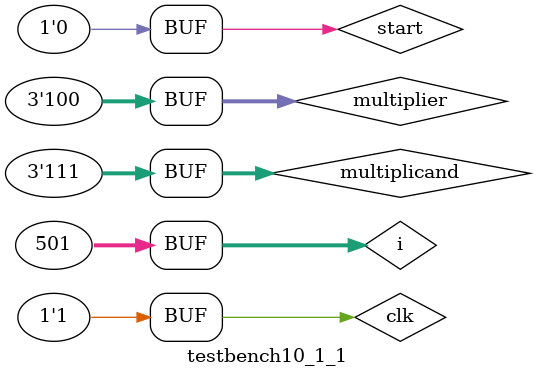
<source format=v>
`timescale 1ns / 1ps


module testbench10_1_1(

    );
    reg [2:0] multiplier, multiplicand;
    reg clk, start;
    wire [5:0] product;
    wire done;
    integer i;
    wire [1:0] state;
    ASM10_1_1 DUT (.multiplier(multiplier), .multiplicand(multiplicand), .clk(clk), .start(start), .product(product), .done(done), .state(state));
    
    integer i;
    initial clk = 1;
    initial start = 0;
    initial multiplier = 3'b101;
    initial multiplicand =3'b111;
    initial
    begin
    for(i = 0; i < 501; i = i + 1)
        begin
        if (i % 5 == 0)
            clk = ~clk;
        if (i == 30)
            start = 1;
        if (i == 40 || i == 150 || i == 260)
            start = 0;
        if (i == 140)
            begin
            start = 1;
            multiplier = 3'b001;
            multiplicand = 3'b100;
            end
        if (i == 250)
            begin
            start = 1;
            multiplier = 3'b100;
            multiplicand = 3'b111;
            end
        #1 clk = clk;
         end
    end
endmodule

</source>
